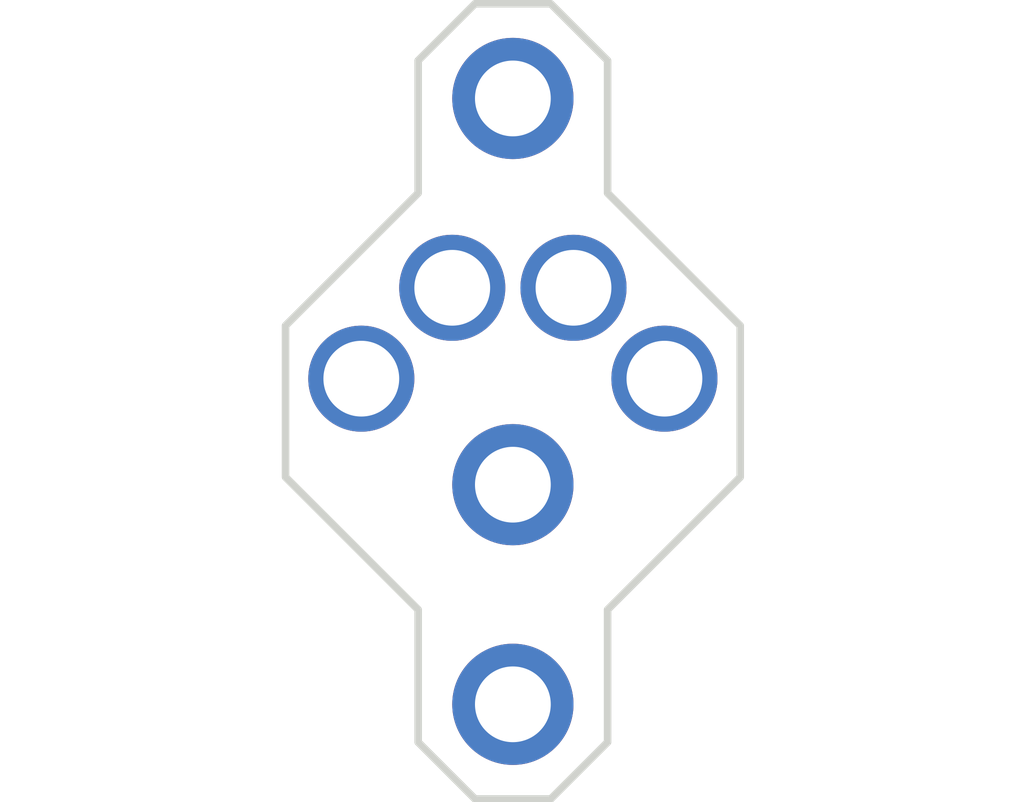
<source format=kicad_pcb>
(kicad_pcb (version 20211014) (generator pcbnew)
  (layers (0 "F.Cu" signal) (31 "B.Cu" signal) (34 "B.Paste" user) (35 "F.Paste" user) (36 "B.SilkS" user "B.Silkscreen") (37 "F.SilkS" user "F.Silkscreen") (38 "B.Mask" user) (39 "F.Mask" user) (44 "Edge.Cuts" user))
  (net 0 "")
  (footprint "Local:moew_adapter_standardized" (layer "F.Cu") (at 167 99.25)
    (fp_text reference "J2" hide)
    (fp_text value "Conn_01x05_Male")
    (pad "1" thru_hole circle (at 0 1.1) (size 1.6 1.6) (drill 1) (layers *.Cu "F.Mask"))
    (pad "2" thru_hole circle (at -2 -0.3) (size 1.4 1.4) (drill 1) (layers *.Cu "F.Mask"))
    (pad "3" thru_hole circle (at -0.8 -1.5) (size 1.4 1.4) (drill 1) (layers *.Cu "F.Mask"))
    (pad "4" thru_hole circle (at 0.8 -1.5) (size 1.4 1.4) (drill 1) (layers *.Cu "F.Mask"))
    (pad "5" thru_hole circle (at 2 -0.3) (size 1.4 1.4) (drill 1) (layers *.Cu "F.Mask"))
    (pad "NC" thru_hole circle (at 0 4) (size 1.6 1.6) (drill 1) (layers *.Cu "F.Mask"))
    (pad "NC" thru_hole circle (at 0 -4) (size 1.6 1.6) (drill 1) (layers *.Cu "F.Mask"))
  )
  (gr_poly (pts (xy 168.25 94.75) (xy 168.25 96.5) (xy 170 98.25) (xy 170 100.25) (xy 168.25 102) (xy 168.25 103.75) (xy 167.5 104.5) (xy 166.5 104.5) (xy 165.75 103.75) (xy 165.75 102) (xy 164 100.25) (xy 164 98.25) (xy 165.75 96.5) (xy 165.75 94.75) (xy 166.5 94) (xy 167.5 94)) (layer "Edge.Cuts") (width 0.1) (fill none))
)
</source>
